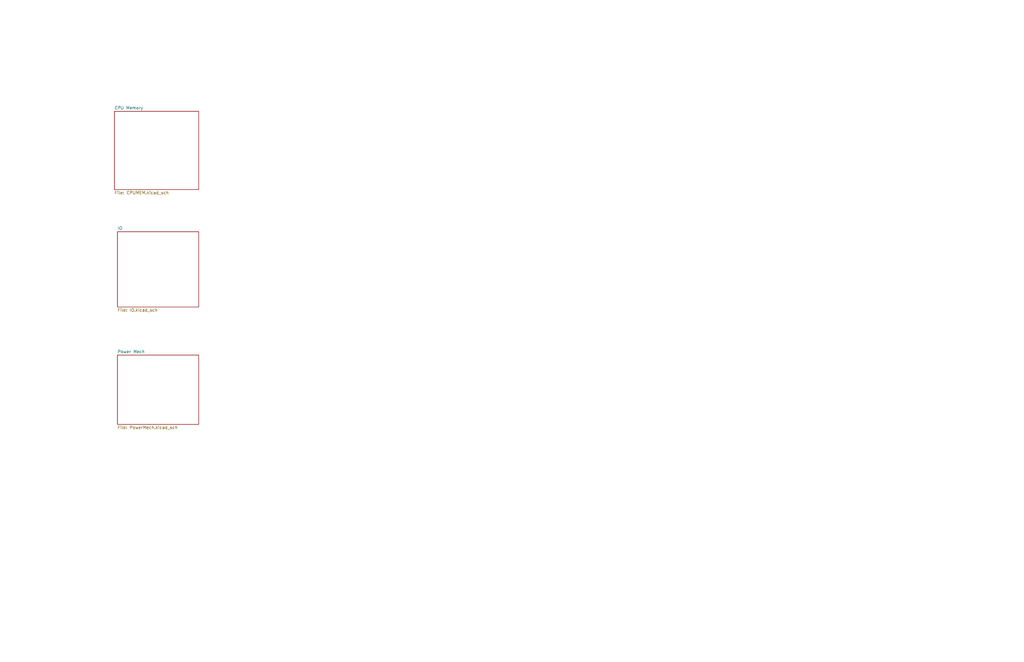
<source format=kicad_sch>
(kicad_sch (version 20230121) (generator eeschema)

  (uuid a9932aa8-8920-4048-9764-b91b6b73cc84)

  (paper "B")

  (title_block
    (title "SIM-69")
    (date "2023-07-05")
    (rev "1.0")
    (company "Jeff Easton")
    (comment 1 "Super Integrated Motherboard - 6809")
  )

  (lib_symbols
  )


  (sheet (at 49.53 97.79) (size 34.29 31.75) (fields_autoplaced)
    (stroke (width 0.1524) (type solid))
    (fill (color 0 0 0 0.0000))
    (uuid 05c9103b-abbe-4d4f-8fcb-964945f26427)
    (property "Sheetname" "IO" (at 49.53 97.0784 0)
      (effects (font (size 1.27 1.27)) (justify left bottom))
    )
    (property "Sheetfile" "IO.kicad_sch" (at 49.53 130.1246 0)
      (effects (font (size 1.27 1.27)) (justify left top))
    )
    (instances
      (project "SIM-69"
        (path "/a9932aa8-8920-4048-9764-b91b6b73cc84" (page "3"))
      )
    )
  )

  (sheet (at 49.53 149.86) (size 34.29 29.21) (fields_autoplaced)
    (stroke (width 0.1524) (type solid))
    (fill (color 0 0 0 0.0000))
    (uuid f7145fd9-c3db-41e4-bfc3-16143117fc46)
    (property "Sheetname" "Power Mech" (at 49.53 149.1484 0)
      (effects (font (size 1.27 1.27)) (justify left bottom))
    )
    (property "Sheetfile" "PowerMech.kicad_sch" (at 49.53 179.6546 0)
      (effects (font (size 1.27 1.27)) (justify left top))
    )
    (instances
      (project "SIM-69"
        (path "/a9932aa8-8920-4048-9764-b91b6b73cc84" (page "4"))
      )
    )
  )

  (sheet (at 48.26 46.99) (size 35.56 33.02) (fields_autoplaced)
    (stroke (width 0.1524) (type solid))
    (fill (color 0 0 0 0.0000))
    (uuid fc68bcc0-842b-4fed-9109-9ac02cf8bc8e)
    (property "Sheetname" "CPU Memory" (at 48.26 46.2784 0)
      (effects (font (size 1.27 1.27)) (justify left bottom))
    )
    (property "Sheetfile" "CPUMEM.kicad_sch" (at 48.26 80.5946 0)
      (effects (font (size 1.27 1.27)) (justify left top))
    )
    (instances
      (project "SIM-69"
        (path "/a9932aa8-8920-4048-9764-b91b6b73cc84" (page "2"))
      )
    )
  )

  (sheet_instances
    (path "/" (page "1"))
  )
)

</source>
